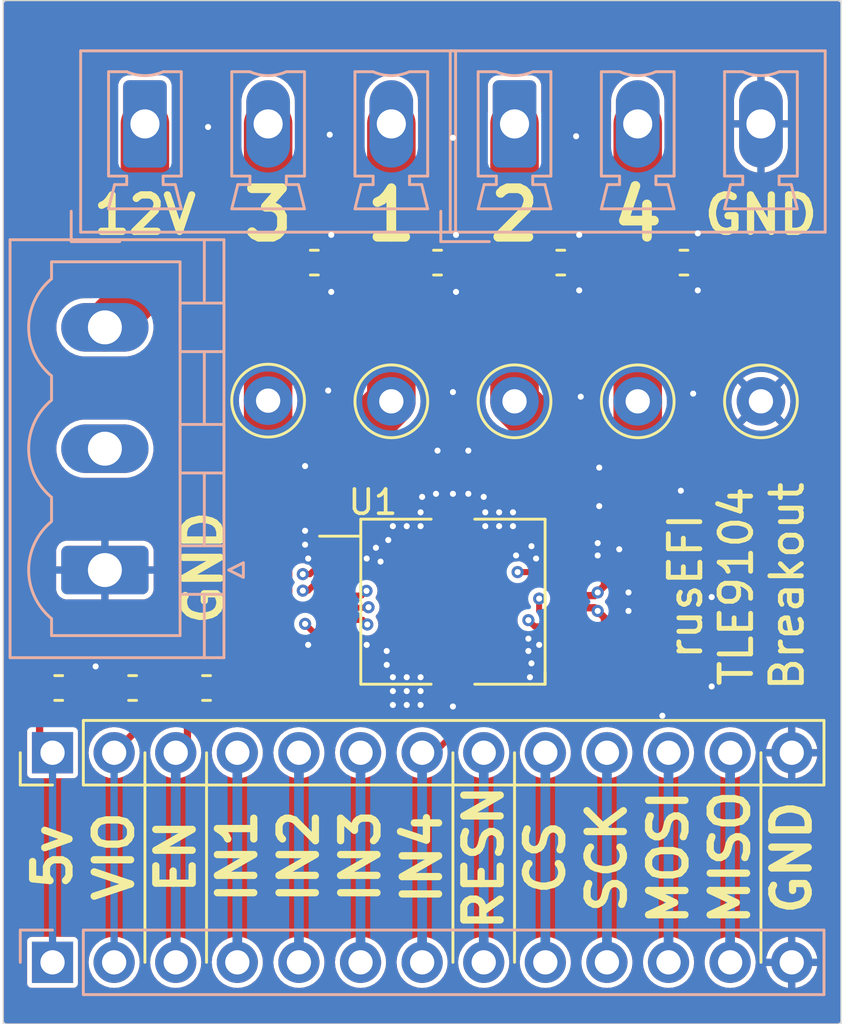
<source format=kicad_pcb>
(kicad_pcb (version 20221018) (generator pcbnew)
  (layers (0 "F.Cu" signal) (1 "In1.Cu" signal) (2 "In2.Cu" signal) (31 "B.Cu" signal) (35 "F.Paste" user) (36 "B.SilkS" user "B.Silkscreen") (37 "F.SilkS" user "F.Silkscreen") (38 "B.Mask" user) (39 "F.Mask" user) (44 "Edge.Cuts" user))
  (net 0 "")
  (net 1 "+5V")
  (net 2 "+3V3")
  (net 3 "+12V")
  (net 5 "GND")
  (net 6 "/MISO")
  (net 7 "/MOSI")
  (net 8 "/SCK")
  (net 9 "/CS")
  (net 10 "/RESN")
  (net 11 "/IN4")
  (net 12 "/IN3")
  (net 13 "/IN2")
  (net 14 "/IN1")
  (net 15 "/EN")
  (net 16 "/OUT4")
  (net 17 "/OUT2")
  (net 18 "/OUT1")
  (net 19 "/OUT3")
  (footprint "Capacitor_SMD:C_0603_1608Metric" (layer "F.Cu") (at 109.855 53.975)
    (fp_text reference "C1" hide)
    (fp_text value "22n" hide)
    (fp_line (start -0.162779 -0.51) (end 0.162779 -0.51) (stroke (width 0.12)) (layer "F.SilkS"))
    (fp_line (start -0.162779 0.51) (end 0.162779 0.51) (stroke (width 0.12)) (layer "F.SilkS"))
    (pad "1" smd roundrect (at -0.7875 0) (size 0.875 0.95) (layers "F.Cu" "F.Paste" "F.Mask") (net 16 "/OUT4"))
    (pad "2" smd roundrect (at 0.7875 0) (size 0.875 0.95) (layers "F.Cu" "F.Paste" "F.Mask") (net 5 "GND"))
  )
  (footprint "Capacitor_SMD:C_0603_1608Metric" (layer "F.Cu") (at 104.775 53.975)
    (fp_text reference "C2" hide)
    (fp_text value "22n" hide)
    (fp_line (start -0.162779 -0.51) (end 0.162779 -0.51) (stroke (width 0.12)) (layer "F.SilkS"))
    (fp_line (start -0.162779 0.51) (end 0.162779 0.51) (stroke (width 0.12)) (layer "F.SilkS"))
    (pad "1" smd roundrect (at -0.7875 0) (size 0.875 0.95) (layers "F.Cu" "F.Paste" "F.Mask") (net 17 "/OUT2"))
    (pad "2" smd roundrect (at 0.7875 0) (size 0.875 0.95) (layers "F.Cu" "F.Paste" "F.Mask") (net 5 "GND"))
  )
  (footprint "Capacitor_SMD:C_0603_1608Metric" (layer "F.Cu") (at 99.695 53.975)
    (fp_text reference "C3" hide)
    (fp_text value "22n" hide)
    (fp_line (start -0.162779 -0.51) (end 0.162779 -0.51) (stroke (width 0.12)) (layer "F.SilkS"))
    (fp_line (start -0.162779 0.51) (end 0.162779 0.51) (stroke (width 0.12)) (layer "F.SilkS"))
    (pad "1" smd roundrect (at -0.7875 0) (size 0.875 0.95) (layers "F.Cu" "F.Paste" "F.Mask") (net 18 "/OUT1"))
    (pad "2" smd roundrect (at 0.7875 0) (size 0.875 0.95) (layers "F.Cu" "F.Paste" "F.Mask") (net 5 "GND"))
  )
  (footprint "Capacitor_SMD:C_0603_1608Metric" (layer "F.Cu") (at 94.615 53.975)
    (fp_text reference "C4" hide)
    (fp_text value "22n" hide)
    (fp_line (start -0.162779 -0.51) (end 0.162779 -0.51) (stroke (width 0.12)) (layer "F.SilkS"))
    (fp_line (start -0.162779 0.51) (end 0.162779 0.51) (stroke (width 0.12)) (layer "F.SilkS"))
    (pad "1" smd roundrect (at -0.7875 0) (size 0.875 0.95) (layers "F.Cu" "F.Paste" "F.Mask") (net 19 "/OUT3"))
    (pad "2" smd roundrect (at 0.7875 0) (size 0.875 0.95) (layers "F.Cu" "F.Paste" "F.Mask") (net 5 "GND"))
  )
  (footprint "Capacitor_SMD:C_0603_1608Metric" (layer "F.Cu") (at 84.074 71.501)
    (fp_text reference "C5" hide)
    (fp_text value "1u" hide)
    (fp_line (start -0.162779 -0.51) (end 0.162779 -0.51) (stroke (width 0.12)) (layer "F.SilkS"))
    (fp_line (start -0.162779 0.51) (end 0.162779 0.51) (stroke (width 0.12)) (layer "F.SilkS"))
    (pad "1" smd roundrect (at -0.7875 0) (size 0.875 0.95) (layers "F.Cu" "F.Paste" "F.Mask") (net 1 "+5V"))
    (pad "2" smd roundrect (at 0.7875 0) (size 0.875 0.95) (layers "F.Cu" "F.Paste" "F.Mask") (net 5 "GND"))
  )
  (footprint "Capacitor_SMD:C_0402_1005Metric" (layer "F.Cu") (at 107.061 66.802)
    (fp_text reference "C6" hide)
    (fp_text value "100n" hide)
    (pad "1" smd roundrect (at -0.485 0) (size 0.59 0.64) (layers "F.Cu" "F.Paste" "F.Mask") (net 1 "+5V"))
    (pad "2" smd roundrect (at 0.485 0) (size 0.59 0.64) (layers "F.Cu" "F.Paste" "F.Mask") (net 5 "GND"))
  )
  (footprint "Capacitor_SMD:C_0603_1608Metric" (layer "F.Cu") (at 87.122 71.501 180)
    (fp_text reference "C7" hide)
    (fp_text value "1u" hide)
    (fp_line (start -0.162779 -0.51) (end 0.162779 -0.51) (stroke (width 0.12)) (layer "F.SilkS"))
    (fp_line (start -0.162779 0.51) (end 0.162779 0.51) (stroke (width 0.12)) (layer "F.SilkS"))
    (pad "1" smd roundrect (at -0.7875 0 180) (size 0.875 0.95) (layers "F.Cu" "F.Paste" "F.Mask") (net 2 "+3V3"))
    (pad "2" smd roundrect (at 0.7875 0 180) (size 0.875 0.95) (layers "F.Cu" "F.Paste" "F.Mask") (net 5 "GND"))
  )
  (footprint "Capacitor_SMD:C_0402_1005Metric" (layer "F.Cu") (at 107.061 69.088)
    (fp_text reference "C8" hide)
    (fp_text value "100n" hide)
    (pad "1" smd roundrect (at -0.485 0) (size 0.59 0.64) (layers "F.Cu" "F.Paste" "F.Mask") (net 2 "+3V3"))
    (pad "2" smd roundrect (at 0.485 0) (size 0.59 0.64) (layers "F.Cu" "F.Paste" "F.Mask") (net 5 "GND"))
  )
  (footprint "Resistor_SMD:R_0603_1608Metric" (layer "F.Cu") (at 90.17 71.501)
    (fp_text reference "R1" hide)
    (fp_text value "1k" hide)
    (fp_line (start -0.162779 -0.51) (end 0.162779 -0.51) (stroke (width 0.12)) (layer "F.SilkS"))
    (fp_line (start -0.162779 0.51) (end 0.162779 0.51) (stroke (width 0.12)) (layer "F.SilkS"))
    (pad "1" smd roundrect (at -0.7875 0) (size 0.875 0.95) (layers "F.Cu" "F.Paste" "F.Mask") (net 15 "/EN"))
    (pad "2" smd roundrect (at 0.7875 0) (size 0.875 0.95) (layers "F.Cu" "F.Paste" "F.Mask") (net 5 "GND"))
  )
  (footprint "TestPoint:TestPoint_Loop_D2.50mm_Drill1.0mm" (layer "F.Cu") (at 92.71 59.662)
    (fp_text reference "TP1" hide)
    (fp_text value "TestPoint" hide)
    (fp_circle (center 0 0) (end 1.5 0) (stroke (width 0.12)) (fill none) (layer "F.SilkS"))
    (pad "1" thru_hole circle (at 0 0) (size 2 2) (drill 1) (layers "*.Cu" "*.Mask") (net 19 "/OUT3"))
  )
  (footprint "TestPoint:TestPoint_Loop_D2.50mm_Drill1.0mm" (layer "F.Cu") (at 97.79 59.69)
    (fp_text reference "TP2" hide)
    (fp_text value "TestPoint" hide)
    (fp_circle (center 0 0) (end 1.5 0) (stroke (width 0.12)) (fill none) (layer "F.SilkS"))
    (pad "1" thru_hole circle (at 0 0) (size 2 2) (drill 1) (layers "*.Cu" "*.Mask") (net 18 "/OUT1"))
  )
  (footprint "TestPoint:TestPoint_Loop_D2.50mm_Drill1.0mm" (layer "F.Cu") (at 102.87 59.69)
    (fp_text reference "TP3" hide)
    (fp_text value "TestPoint" hide)
    (fp_circle (center 0 0) (end 1.5 0) (stroke (width 0.12)) (fill none) (layer "F.SilkS"))
    (pad "1" thru_hole circle (at 0 0) (size 2 2) (drill 1) (layers "*.Cu" "*.Mask") (net 17 "/OUT2"))
  )
  (footprint "TestPoint:TestPoint_Loop_D2.50mm_Drill1.0mm" (layer "F.Cu") (at 107.95 59.69)
    (fp_text reference "TP4" hide)
    (fp_text value "TestPoint" hide)
    (fp_circle (center 0 0) (end 1.5 0) (stroke (width 0.12)) (fill none) (layer "F.SilkS"))
    (pad "1" thru_hole circle (at 0 0) (size 2 2) (drill 1) (layers "*.Cu" "*.Mask") (net 16 "/OUT4"))
  )
  (footprint "Connector_PinHeader_2.54mm:PinHeader_1x13_P2.54mm_Vertical" (layer "F.Cu") (at 83.82 74.168 90)
    (fp_text reference "J1" hide)
    (fp_text value "Conn_01x13" hide)
    (fp_line (start -1.33 -1.33) (end 0 -1.33) (stroke (width 0.12)) (layer "F.SilkS"))
    (fp_line (start -1.33 0) (end -1.33 -1.33) (stroke (width 0.12)) (layer "F.SilkS"))
    (fp_line (start -1.33 1.27) (end -1.33 31.81) (stroke (width 0.12)) (layer "F.SilkS"))
    (fp_line (start -1.33 1.27) (end 1.33 1.27) (stroke (width 0.12)) (layer "F.SilkS"))
    (fp_line (start -1.33 31.81) (end 1.33 31.81) (stroke (width 0.12)) (layer "F.SilkS"))
    (fp_line (start 1.33 1.27) (end 1.33 31.81) (stroke (width 0.12)) (layer "F.SilkS"))
    (pad "1" thru_hole rect (at 0 0 90) (size 1.7 1.7) (drill 1) (layers "*.Cu" "*.Mask") (net 1 "+5V"))
    (pad "2" thru_hole oval (at 0 2.54 90) (size 1.7 1.7) (drill 1) (layers "*.Cu" "*.Mask") (net 2 "+3V3"))
    (pad "3" thru_hole oval (at 0 5.08 90) (size 1.7 1.7) (drill 1) (layers "*.Cu" "*.Mask") (net 15 "/EN"))
    (pad "4" thru_hole oval (at 0 7.62 90) (size 1.7 1.7) (drill 1) (layers "*.Cu" "*.Mask") (net 14 "/IN1"))
    (pad "5" thru_hole oval (at 0 10.16 90) (size 1.7 1.7) (drill 1) (layers "*.Cu" "*.Mask") (net 13 "/IN2"))
    (pad "6" thru_hole oval (at 0 12.7 90) (size 1.7 1.7) (drill 1) (layers "*.Cu" "*.Mask") (net 12 "/IN3"))
    (pad "7" thru_hole oval (at 0 15.24 90) (size 1.7 1.7) (drill 1) (layers "*.Cu" "*.Mask") (net 11 "/IN4"))
    (pad "8" thru_hole oval (at 0 17.78 90) (size 1.7 1.7) (drill 1) (layers "*.Cu" "*.Mask") (net 10 "/RESN"))
    (pad "9" thru_hole oval (at 0 20.32 90) (size 1.7 1.7) (drill 1) (layers "*.Cu" "*.Mask") (net 9 "/CS"))
    (pad "10" thru_hole oval (at 0 22.86 90) (size 1.7 1.7) (drill 1) (layers "*.Cu" "*.Mask") (net 8 "/SCK"))
    (pad "11" thru_hole oval (at 0 25.4 90) (size 1.7 1.7) (drill 1) (layers "*.Cu" "*.Mask") (net 7 "/MOSI"))
    (pad "12" thru_hole oval (at 0 27.94 90) (size 1.7 1.7) (drill 1) (layers "*.Cu" "*.Mask") (net 6 "/MISO"))
    (pad "13" thru_hole oval (at 0 30.48 90) (size 1.7 1.7) (drill 1) (layers "*.Cu" "*.Mask") (net 5 "GND"))
  )
  (footprint "TestPoint:TestPoint_Loop_D2.50mm_Drill1.0mm" (layer "F.Cu") (at 113.03 59.69)
    (fp_text reference "TP5" hide)
    (fp_text value "TestPoint")
    (fp_circle (center 0 0) (end 1.5 0) (stroke (width 0.12)) (fill none) (layer "F.SilkS"))
    (pad "1" thru_hole circle (at 0 0) (size 2 2) (drill 1) (layers "*.Cu" "*.Mask") (net 5 "GND"))
  )
  (footprint "rusefi:PG-DSO-20-88" (layer "F.Cu") (at 100.33 67.945 -90)
    (fp_text reference "U1" (at -4.1 3.3) (layer "F.SilkS"))
    (fp_text value "TLE9104SH")
    (fp_line (start -3.4 -3.8) (end -3.4 -0.9) (stroke (width 0.12)) (layer "F.SilkS"))
    (fp_line (start -3.4 -3.8) (end 3.4 -3.8) (stroke (width 0.12)) (layer "F.SilkS"))
    (fp_line (start -3.4 0.9) (end -3.4 3.8) (stroke (width 0.12)) (layer "F.SilkS"))
    (fp_line (start -3.4 3.8) (end 3.4 3.8) (stroke (width 0.12)) (layer "F.SilkS"))
    (fp_line (start -2.7 3.8) (end -2.7 5.5) (stroke (width 0.12)) (layer "F.SilkS"))
    (fp_line (start 3.4 -3.8) (end 2.9 -3.8) (stroke (width 0.12)) (layer "F.SilkS"))
    (fp_line (start 3.4 -3.8) (end 3.4 -0.9) (stroke (width 0.12)) (layer "F.SilkS"))
    (fp_line (start 3.4 3.8) (end 3.4 0.9) (stroke (width 0.12)) (layer "F.SilkS"))
    (pad "1" smd rect (at -2.25 4.775 270) (size 0.3 1.51) (layers "F.Cu" "F.Paste" "F.Mask") (net 18 "/OUT1"))
    (pad "2" smd rect (at -1.75 4.775 270) (size 0.3 1.51) (layers "F.Cu" "F.Paste" "F.Mask") (net 5 "GND"))
    (pad "3" smd rect (at -1.25 4.775 270) (size 0.3 1.51) (layers "F.Cu" "F.Paste" "F.Mask") (net 14 "/IN1"))
    (pad "4" smd rect (at -0.75 4.775 270) (size 0.3 1.51) (layers "F.Cu" "F.Paste" "F.Mask") (net 12 "/IN3"))
    (pad "5" smd rect (at -0.25 4.775 270) (size 0.3 1.51) (layers "F.Cu" "F.Paste" "F.Mask") (net 6 "/MISO"))
    (pad "6" smd rect (at 0.25 4.775 270) (size 0.3 1.51) (layers "F.Cu" "F.Paste" "F.Mask") (net 7 "/MOSI"))
    (pad "7" smd rect (at 0.75 4.775 270) (size 0.3 1.51) (layers "F.Cu" "F.Paste" "F.Mask") (net 9 "/CS"))
    (pad "8" smd rect (at 1.25 4.775 270) (size 0.3 1.51) (layers "F.Cu" "F.Paste" "F.Mask") (net 8 "/SCK"))
    (pad "9" smd rect (at 1.75 4.775 270) (size 0.3 1.51) (layers "F.Cu" "F.Paste" "F.Mask") (net 5 "GND"))
    (pad "10" smd rect (at 2.25 4.775 270) (size 0.3 1.51) (layers "F.Cu" "F.Paste" "F.Mask") (net 19 "/OUT3"))
    (pad "11" smd rect (at 2.25 -4.775 270) (size 0.3 1.51) (layers "F.Cu" "F.Paste" "F.Mask") (net 16 "/OUT4"))
    (pad "12" smd rect (at 1.75 -4.775 270) (size 0.3 1.51) (layers "F.Cu" "F.Paste" "F.Mask") (net 5 "GND"))
    (pad "13" smd rect (at 1.25 -4.775 270) (size 0.3 1.51) (layers "F.Cu" "F.Paste" "F.Mask") (net 10 "/RESN"))
    (pad "14" smd rect (at 0.75 -4.775 270) (size 0.3 1.51) (layers "F.Cu" "F.Paste" "F.Mask") (net 15 "/EN"))
    (pad "15" smd rect (at 0.25 -4.775 270) (size 0.3 1.51) (layers "F.Cu" "F.Paste" "F.Mask") (net 2 "+3V3"))
    (pad "16" smd rect (at -0.25 -4.775 270) (size 0.3 1.51) (layers "F.Cu" "F.Paste" "F.Mask") (net 1 "+5V"))
    (pad "17" smd rect (at -0.75 -4.775 270) (size 0.3 1.51) (layers "F.Cu" "F.Paste" "F.Mask") (net 11 "/IN4"))
    (pad "18" smd rect (at -1.25 -4.775 270) (size 0.3 1.51) (layers "F.Cu" "F.Paste" "F.Mask") (net 13 "/IN2"))
    (pad "19" smd rect (at -1.75 -4.775 270) (size 0.3 1.51) (layers "F.Cu" "F.Paste" "F.Mask") (net 5 "GND"))
    (pad "20" smd rect (at -2.25 -4.775 270) (size 0.3 1.51) (layers "F.Cu" "F.Paste" "F.Mask") (net 17 "/OUT2"))
    (pad "21" smd rect (at 0 0 270) (size 5.1 4.23) (layers "F.Cu" "F.Paste" "F.Mask") (net 5 "GND"))
    (pad "21" smd rect (at 0 0 270) (size 7.8 1.6) (layers "F.Cu" "F.Paste" "F.Mask") (net 5 "GND"))
  )
  (footprint "Connector_Phoenix_MC_HighVoltage:PhoenixContact_MCV_1,5_3-G-5.08_1x03_P5.08mm_Vertical" (layer "B.Cu") (at 87.63 48.26)
    (fp_text reference "J2" hide)
    (fp_text value "Conn_01x03_Female" hide)
    (fp_line (start -3.04 3.6) (end -3.04 4.85) (stroke (width 0.12)) (layer "B.SilkS"))
    (fp_line (start -3.04 4.85) (end -1.04 4.85) (stroke (width 0.12)) (layer "B.SilkS"))
    (fp_line (start -2.65 -3.01) (end 12.81 -3.01) (stroke (width 0.12)) (layer "B.SilkS"))
    (fp_line (start -2.65 4.46) (end -2.65 -3.01) (stroke (width 0.12)) (layer "B.SilkS"))
    (fp_line (start -1.5 -2.15) (end -1.5 2.15) (stroke (width 0.12)) (layer "B.SilkS"))
    (fp_line (start -1.5 2.15) (end -0.75 2.15) (stroke (width 0.12)) (layer "B.SilkS"))
    (fp_line (start -1.5 3.5) (end 1.5 3.5) (stroke (width 0.12)) (layer "B.SilkS"))
    (fp_line (start -1.25 2.5) (end -1.5 3.5) (stroke (width 0.12)) (layer "B.SilkS"))
    (fp_line (start -0.75 -2.15) (end -1.5 -2.15) (stroke (width 0.12)) (layer "B.SilkS"))
    (fp_line (start -0.75 2.15) (end -0.75 2.5) (stroke (width 0.12)) (layer "B.SilkS"))
    (fp_line (start -0.75 2.5) (end -1.25 2.5) (stroke (width 0.12)) (layer "B.SilkS"))
    (fp_line (start 0.75 2.15) (end 1.5 2.15) (stroke (width 0.12)) (layer "B.SilkS"))
    (fp_line (start 0.75 2.5) (end 0.75 2.15) (stroke (width 0.12)) (layer "B.SilkS"))
    (fp_line (start 1.25 2.5) (end 0.75 2.5) (stroke (width 0.12)) (layer "B.SilkS"))
    (fp_line (start 1.5 -2.15) (end 0.75 -2.15) (stroke (width 0.12)) (layer "B.SilkS"))
    (fp_line (start 1.5 2.15) (end 1.5 -2.15) (stroke (width 0.12)) (layer "B.SilkS"))
    (fp_line (start 1.5 3.5) (end 1.25 2.5) (stroke (width 0.12)) (layer "B.SilkS"))
    (fp_line (start 3.58 -2.15) (end 3.58 2.15) (stroke (width 0.12)) (layer "B.SilkS"))
    (fp_line (start 3.58 2.15) (end 4.33 2.15) (stroke (width 0.12)) (layer "B.SilkS"))
    (fp_line (start 3.58 3.5) (end 6.58 3.5) (stroke (width 0.12)) (layer "B.SilkS"))
    (fp_line (start 3.83 2.5) (end 3.58 3.5) (stroke (width 0.12)) (layer "B.SilkS"))
    (fp_line (start 4.33 -2.15) (end 3.58 -2.15) (stroke (width 0.12)) (layer "B.SilkS"))
    (fp_line (start 4.33 2.15) (end 4.33 2.5) (stroke (width 0.12)) (layer "B.SilkS"))
    (fp_line (start 4.33 2.5) (end 3.83 2.5) (stroke (width 0.12)) (layer "B.SilkS"))
    (fp_line (start 5.83 2.15) (end 6.58 2.15) (stroke (width 0.12)) (layer "B.SilkS"))
    (fp_line (start 5.83 2.5) (end 5.83 2.15) (stroke (width 0.12)) (layer "B.SilkS"))
    (fp_line (start 6.33 2.5) (end 5.83 2.5) (stroke (width 0.12)) (layer "B.SilkS"))
    (fp_line (start 6.58 -2.15) (end 5.83 -2.15) (stroke (width 0.12)) (layer "B.SilkS"))
    (fp_line (start 6.58 2.15) (end 6.58 -2.15) (stroke (width 0.12)) (layer "B.SilkS"))
    (fp_line (start 6.58 3.5) (end 6.33 2.5) (stroke (width 0.12)) (layer "B.SilkS"))
    (fp_line (start 8.66 -2.15) (end 8.66 2.15) (stroke (width 0.12)) (layer "B.SilkS"))
    (fp_line (start 8.66 2.15) (end 9.41 2.15) (stroke (width 0.12)) (layer "B.SilkS"))
    (fp_line (start 8.66 3.5) (end 11.66 3.5) (stroke (width 0.12)) (layer "B.SilkS"))
    (fp_line (start 8.91 2.5) (end 8.66 3.5) (stroke (width 0.12)) (layer "B.SilkS"))
    (fp_line (start 9.41 -2.15) (end 8.66 -2.15) (stroke (width 0.12)) (layer "B.SilkS"))
    (fp_line (start 9.41 2.15) (end 9.41 2.5) (stroke (width 0.12)) (layer "B.SilkS"))
    (fp_line (start 9.41 2.5) (end 8.91 2.5) (stroke (width 0.12)) (layer "B.SilkS"))
    (fp_line (start 10.91 2.15) (end 11.66 2.15) (stroke (width 0.12)) (layer "B.SilkS"))
    (fp_line (start 10.91 2.5) (end 10.91 2.15) (stroke (width 0.12)) (layer "B.SilkS"))
    (fp_line (start 11.41 2.5) (end 10.91 2.5) (stroke (width 0.12)) (layer "B.SilkS"))
    (fp_line (start 11.66 -2.15) (end 10.91 -2.15) (stroke (width 0.12)) (layer "B.SilkS"))
    (fp_line (start 11.66 2.15) (end 11.66 -2.15) (stroke (width 0.12)) (layer "B.SilkS"))
    (fp_line (start 11.66 3.5) (end 11.41 2.5) (stroke (width 0.12)) (layer "B.SilkS"))
    (fp_line (start 12.81 -3.01) (end 12.81 4.46) (stroke (width 0.12)) (layer "B.SilkS"))
    (fp_line (start 12.81 4.46) (end -2.65 4.46) (stroke (width 0.12)) (layer "B.SilkS"))
    (fp_arc (start 0.749647 -2.149844) (mid -0.000193 -1.991909) (end -0.75 -2.15) (stroke (width 0.12)) (layer "B.SilkS"))
    (fp_arc (start 5.829647 -2.149844) (mid 5.079807 -1.991909) (end 4.33 -2.15) (stroke (width 0.12)) (layer "B.SilkS"))
    (fp_arc (start 10.909647 -2.149844) (mid 10.159807 -1.991909) (end 9.41 -2.15) (stroke (width 0.12)) (layer "B.SilkS"))
    (pad "1" thru_hole roundrect (at 0 0) (size 1.8 3.6) (drill 1.2) (layers "*.Cu" "*.Mask") (roundrect_rratio 0.138889) (net 3 "+12V"))
    (pad "2" thru_hole oval (at 5.08 0) (size 1.8 3.6) (drill 1.2) (layers "*.Cu" "*.Mask") (net 19 "/OUT3"))
    (pad "3" thru_hole oval (at 10.16 0) (size 1.8 3.6) (drill 1.2) (layers "*.Cu" "*.Mask") (net 18 "/OUT1"))
  )
  (footprint "Connector_Phoenix_MC_HighVoltage:PhoenixContact_MCV_1,5_3-G-5.08_1x03_P5.08mm_Vertical" (layer "B.Cu") (at 102.87 48.26)
    (fp_text reference "J3" hide)
    (fp_text value "Conn_01x03_Female" hide)
    (fp_line (start -3.04 3.6) (end -3.04 4.85) (stroke (width 0.12)) (layer "B.SilkS"))
    (fp_line (start -3.04 4.85) (end -1.04 4.85) (stroke (width 0.12)) (layer "B.SilkS"))
    (fp_line (start -2.65 -3.01) (end 12.81 -3.01) (stroke (width 0.12)) (layer "B.SilkS"))
    (fp_line (start -2.65 4.46) (end -2.65 -3.01) (stroke (width 0.12)) (layer "B.SilkS"))
    (fp_line (start -1.5 -2.15) (end -1.5 2.15) (stroke (width 0.12)) (layer "B.SilkS"))
    (fp_line (start -1.5 2.15) (end -0.75 2.15) (stroke (width 0.12)) (layer "B.SilkS"))
    (fp_line (start -1.5 3.5) (end 1.5 3.5) (stroke (width 0.12)) (layer "B.SilkS"))
    (fp_line (start -1.25 2.5) (end -1.5 3.5) (stroke (width 0.12)) (layer "B.SilkS"))
    (fp_line (start -0.75 -2.15) (end -1.5 -2.15) (stroke (width 0.12)) (layer "B.SilkS"))
    (fp_line (start -0.75 2.15) (end -0.75 2.5) (stroke (width 0.12)) (layer "B.SilkS"))
    (fp_line (start -0.75 2.5) (end -1.25 2.5) (stroke (width 0.12)) (layer "B.SilkS"))
    (fp_line (start 0.75 2.15) (end 1.5 2.15) (stroke (width 0.12)) (layer "B.SilkS"))
    (fp_line (start 0.75 2.5) (end 0.75 2.15) (stroke (width 0.12)) (layer "B.SilkS"))
    (fp_line (start 1.25 2.5) (end 0.75 2.5) (stroke (width 0.12)) (layer "B.SilkS"))
    (fp_line (start 1.5 -2.15) (end 0.75 -2.15) (stroke (width 0.12)) (layer "B.SilkS"))
    (fp_line (start 1.5 2.15) (end 1.5 -2.15) (stroke (width 0.12)) (layer "B.SilkS"))
    (fp_line (start 1.5 3.5) (end 1.25 2.5) (stroke (width 0.12)) (layer "B.SilkS"))
    (fp_line (start 3.58 -2.15) (end 3.58 2.15) (stroke (width 0.12)) (layer "B.SilkS"))
    (fp_line (start 3.58 2.15) (end 4.33 2.15) (stroke (width 0.12)) (layer "B.SilkS"))
    (fp_line (start 3.58 3.5) (end 6.58 3.5) (stroke (width 0.12)) (layer "B.SilkS"))
    (fp_line (start 3.83 2.5) (end 3.58 3.5) (stroke (width 0.12)) (layer "B.SilkS"))
    (fp_line (start 4.33 -2.15) (end 3.58 -2.15) (stroke (width 0.12)) (layer "B.SilkS"))
    (fp_line (start 4.33 2.15) (end 4.33 2.5) (stroke (width 0.12)) (layer "B.SilkS"))
    (fp_line (start 4.33 2.5) (end 3.83 2.5) (stroke (width 0.12)) (layer "B.SilkS"))
    (fp_line (start 5.83 2.15) (end 6.58 2.15) (stroke (width 0.12)) (layer "B.SilkS"))
    (fp_line (start 5.83 2.5) (end 5.83 2.15) (stroke (width 0.12)) (layer "B.SilkS"))
    (fp_line (start 6.33 2.5) (end 5.83 2.5) (stroke (width 0.12)) (layer "B.SilkS"))
    (fp_line (start 6.58 -2.15) (end 5.83 -2.15) (stroke (width 0.12)) (layer "B.SilkS"))
    (fp_line (start 6.58 2.15) (end 6.58 -2.15) (stroke (width 0.12)) (layer "B.SilkS"))
    (fp_line (start 6.58 3.5) (end 6.33 2.5) (stroke (width 0.12)) (layer "B.SilkS"))
    (fp_line (start 8.66 -2.15) (end 8.66 2.15) (stroke (width 0.12)) (layer "B.SilkS"))
    (fp_line (start 8.66 2.15) (end 9.41 2.15) (stroke (width 0.12)) (layer "B.SilkS"))
    (fp_line (start 8.66 3.5) (end 11.66 3.5) (stroke (width 0.12)) (layer "B.SilkS"))
    (fp_line (start 8.91 2.5) (end 8.66 3.5) (stroke (width 0.12)) (layer "B.SilkS"))
    (fp_line (start 9.41 -2.15) (end 8.66 -2.15) (stroke (width 0.12)) (layer "B.SilkS"))
    (fp_line (start 9.41 2.15) (end 9.41 2.5) (stroke (width 0.12)) (layer "B.SilkS"))
    (fp_line (start 9.41 2.5) (end 8.91 2.5) (stroke (width 0.12)) (layer "B.SilkS"))
    (fp_line (start 10.91 2.15) (end 11.66 2.15) (stroke (width 0.12)) (layer "B.SilkS"))
    (fp_line (start 10.91 2.5) (end 10.91 2.15) (stroke (width 0.12)) (layer "B.SilkS"))
    (fp_line (start 11.41 2.5) (end 10.91 2.5) (stroke (width 0.12)) (layer "B.SilkS"))
    (fp_line (start 11.66 -2.15) (end 10.91 -2.15) (stroke (width 0.12)) (layer "B.SilkS"))
    (fp_line (start 11.66 2.15) (end 11.66 -2.15) (stroke (width 0.12)) (layer "B.SilkS"))
    (fp_line (start 11.66 3.5) (end 11.41 2.5) (stroke (width 0.12)) (layer "B.SilkS"))
    (fp_line (start 12.81 -3.01) (end 12.81 4.46) (stroke (width 0.12)) (layer "B.SilkS"))
    (fp_line (start 12.81 4.46) (end -2.65 4.46) (stroke (width 0.12)) (layer "B.SilkS"))
    (fp_arc (start 0.749647 -2.149844) (mid -0.000193 -1.991909) (end -0.75 -2.15) (stroke (width 0.12)) (layer "B.SilkS"))
    (fp_arc (start 5.829647 -2.149844) (mid 5.079807 -1.991909) (end 4.33 -2.15) (stroke (width 0.12)) (layer "B.SilkS"))
    (fp_arc (start 10.909647 -2.149844) (mid 10.159807 -1.991909) (end 9.41 -2.15) (stroke (width 0.12)) (layer "B.SilkS"))
    (pad "1" thru_hole roundrect (at 0 0) (size 1.8 3.6) (drill 1.2) (layers "*.Cu" "*.Mask") (roundrect_rratio 0.138889) (net 17 "/OUT2"))
    (pad "2" thru_hole oval (at 5.08 0) (size 1.8 3.6) (drill 1.2) (layers "*.Cu" "*.Mask") (net 16 "/OUT4"))
    (pad "3" thru_hole oval (at 10.16 0) (size 1.8 3.6) (drill 1.2) (layers "*.Cu" "*.Mask") (net 5 "GND"))
  )
  (footprint "Connector_PinHeader_2.54mm:PinHeader_1x13_P2.54mm_Vertical" (layer "B.Cu") (at 83.82 82.804 -90)
    (fp_text reference "J4" hide)
    (fp_text value "Conn_01x13" hide)
    (fp_line (start -1.33 -31.81) (end 1.33 -31.81) (stroke (width 0.12)) (layer "B.SilkS"))
    (fp_line (start -1.33 -1.27) (end -1.33 -31.81) (stroke (width 0.12)) (layer "B.SilkS"))
    (fp_line (start -1.33 -1.27) (end 1.33 -1.27) (stroke (width 0.12)) (layer "B.SilkS"))
    (fp_line (start -1.33 0) (end -1.33 1.33) (stroke (width 0.12)) (layer "B.SilkS"))
    (fp_line (start -1.33 1.33) (end 0 1.33) (stroke (width 0.12)) (layer "B.SilkS"))
    (fp_line (start 1.33 -1.27) (end 1.33 -31.81) (stroke (width 0.12)) (layer "B.SilkS"))
    (pad "1" thru_hole rect (at 0 0 270) (size 1.7 1.7) (drill 1) (layers "*.Cu" "*.Mask") (net 1 "+5V"))
    (pad "2" thru_hole oval (at 0 -2.54 270) (size 1.7 1.7) (drill 1) (layers "*.Cu" "*.Mask") (net 2 "+3V3"))
    (pad "3" thru_hole oval (at 0 -5.08 270) (size 1.7 1.7) (drill 1) (layers "*.Cu" "*.Mask") (net 15 "/EN"))
    (pad "4" thru_hole oval (at 0 -7.62 270) (size 1.7 1.7) (drill 1) (layers "*.Cu" "*.Mask") (net 14 "/IN1"))
    (pad "5" thru_hole oval (at 0 -10.16 270) (size 1.7 1.7) (drill 1) (layers "*.Cu" "*.Mask") (net 13 "/IN2"))
    (pad "6" thru_hole oval (at 0 -12.7 270) (size 1.7 1.7) (drill 1) (layers "*.Cu" "*.Mask") (net 12 "/IN3"))
    (pad "7" thru_hole oval (at 0 -15.24 270) (size 1.7 1.7) (drill 1) (layers "*.Cu" "*.Mask") (net 11 "/IN4"))
    (pad "8" thru_hole oval (at 0 -17.78 270) (size 1.7 1.7) (drill 1) (layers "*.Cu" "*.Mask") (net 10 "/RESN"))
    (pad "9" thru_hole oval (at 0 -20.32 270) (size 1.7 1.7) (drill 1) (layers "*.Cu" "*.Mask") (net 9 "/CS"))
    (pad "10" thru_hole oval (at 0 -22.86 270) (size 1.7 1.7) (drill 1) (layers "*.Cu" "*.Mask") (net 8 "/SCK"))
    (pad "11" thru_hole oval (at 0 -25.4 270) (size 1.7 1.7) (drill 1) (layers "*.Cu" "*.Mask") (net 7 "/MOSI"))
    (pad "12" thru_hole oval (at 0 -27.94 270) (size 1.7 1.7) (drill 1) (layers "*.Cu" "*.Mask") (net 6 "/MISO"))
    (pad "13" thru_hole oval (at 0 -30.48 270) (size 1.7 1.7) (drill 1) (layers "*.Cu" "*.Mask") (net 5 "GND"))
  )
  (footprint "Connector_Phoenix_MSTB:PhoenixContact_MSTBVA_2,5_3-G_1x03_P5.00mm_Vertical" (layer "B.Cu") (at 85.979 66.642 90)
    (fp_text reference "J5" hide)
    (fp_text value "Conn_01x03_Female" hide)
    (fp_line (start -3.61 -3.91) (end 13.61 -3.91) (stroke (width 0.12)) (layer "B.SilkS"))
    (fp_line (start -3.61 4.1) (end -1.11 4.1) (stroke (width 0.12)) (layer "B.SilkS"))
    (fp_line (start -3.61 4.91) (end -3.61 -3.91) (stroke (width 0.12)) (layer "B.SilkS"))
    (fp_line (start -2.7 -2.2) (end -2.7 3.1) (stroke (width 0.12)) (layer "B.SilkS"))
    (fp_line (start -2.7 3.1) (end 12.7 3.1) (stroke (width 0.12)) (layer "B.SilkS"))
    (fp_line (start -2 -2.2) (end -2.7 -2.2) (stroke (width 0.12)) (layer "B.SilkS"))
    (fp_line (start -1 3.1) (end -1 4.91) (stroke (width 0.12)) (layer "B.SilkS"))
    (fp_line (start -1 4.91) (end 1 4.91) (stroke (width 0.12)) (layer "B.SilkS"))
    (fp_line (start -0.3 5.71) (end 0.3 5.71) (stroke (width 0.12)) (layer "B.SilkS"))
    (fp_line (start 0 5.11) (end -0.3 5.71) (stroke (width 0.12)) (layer "B.SilkS"))
    (fp_line (start 0.3 5.71) (end 0 5.11) (stroke (width 0.12)) (layer "B.SilkS"))
    (fp_line (start 1 3.1) (end -1 3.1) (stroke (width 0.12)) (layer "B.SilkS"))
    (fp_line (start 1 4.1) (end 4 4.1) (stroke (width 0.12)) (layer "B.SilkS"))
    (fp_line (start 1 4.91) (end 1 3.1) (stroke (width 0.12)) (layer "B.SilkS"))
    (fp_line (start 2 -2.2) (end 3 -2.2) (stroke (width 0.12)) (layer "B.SilkS"))
    (fp_line (start 4 3.1) (end 4 4.91) (stroke (width 0.12)) (layer "B.SilkS"))
    (fp_line (start 4 4.91) (end 6 4.91) (stroke (width 0.12)) (layer "B.SilkS"))
    (fp_line (start 6 3.1) (end 4 3.1) (stroke (width 0.12)) (layer "B.SilkS"))
    (fp_line (start 6 4.1) (end 9 4.1) (stroke (width 0.12)) (layer "B.SilkS"))
    (fp_line (start 6 4.91) (end 6 3.1) (stroke (width 0.12)) (layer "B.SilkS"))
    (fp_line (start 7 -2.2) (end 8 -2.2) (stroke (width 0.12)) (layer "B.SilkS"))
    (fp_line (start 9 3.1) (end 9 4.91) (stroke (width 0.12)) (layer "B.SilkS"))
    (fp_line (start 9 4.91) (end 11 4.91) (stroke (width 0.12)) (layer "B.SilkS"))
    (fp_line (start 11 3.1) (end 9 3.1) (stroke (width 0.12)) (layer "B.SilkS"))
    (fp_line (start 11 4.91) (end 11 3.1) (stroke (width 0.12)) (layer "B.SilkS"))
    (fp_line (start 12.7 -2.2) (end 12 -2.2) (stroke (width 0.12)) (layer "B.SilkS"))
    (fp_line (start 12.7 3.1) (end 12.7 -2.2) (stroke (width 0.12)) (layer "B.SilkS"))
    (fp_line (start 13.61 -3.91) (end 13.61 4.91) (stroke (width 0.12)) (layer "B.SilkS"))
    (fp_line (start 13.61 4.1) (end 11.11 4.1) (stroke (width 0.12)) (layer "B.SilkS"))
    (fp_line (start 13.61 4.91) (end -3.61 4.91) (stroke (width 0.12)) (layer "B.SilkS"))
    (fp_arc (start -2 -2.2) (mid -0.010289 -3.142758) (end 1.986842 -2.215821) (stroke (width 0.12)) (layer "B.SilkS"))
    (fp_arc (start 3 -2.2) (mid 4.989711 -3.142758) (end 6.986842 -2.215821) (stroke (width 0.12)) (layer "B.SilkS"))
    (fp_arc (start 8 -2.2) (mid 9.989711 -3.142758) (end 11.986842 -2.215821) (stroke (width 0.12)) (layer "B.SilkS"))
    (pad "1" thru_hole roundrect (at 0 0 90) (size 2 3.6) (drill 1.4) (layers "*.Cu" "*.Mask") (roundrect_rratio 0.125) (net 5 "GND"))
    (pad "2" thru_hole oval (at 5 0 90) (size 2 3.6) (drill 1.4) (layers "*.Cu" "*.Mask"))
    (pad "3" thru_hole oval (at 10 0 90) (size 2 3.6) (drill 1.4) (layers "*.Cu" "*.Mask") (net 3 "+12V"))
  )
  (gr_line (start 90.17 82.804) (end 90.17 74.168) (stroke (width 0.12)) (layer "F.SilkS"))
  (gr_line (start 113.03 74.168) (end 113.03 82.804) (stroke (width 0.12)) (layer "F.SilkS"))
  (gr_line (start 87.63 74.168) (end 87.63 82.804) (stroke (width 0.12)) (layer "F.SilkS"))
  (gr_line (start 100.33 82.804) (end 100.33 74.168) (stroke (width 0.12)) (layer "F.SilkS"))
  (gr_line (start 102.87 74.168) (end 102.87 82.804) (stroke (width 0.12)) (layer "F.SilkS"))
  (gr_line (start 81.788 43.18) (end 116.332 43.18) (stroke (width 0.05)) (layer "Edge.Cuts"))
  (gr_line (start 81.788 85.344) (end 81.788 43.18) (stroke (width 0.05)) (layer "Edge.Cuts"))
  (gr_line (start 116.332 85.344) (end 81.788 85.344) (stroke (width 0.05)) (layer "Edge.Cuts"))
  (gr_line (start 116.332 43.18) (end 116.332 85.344) (stroke (width 0.05)) (layer "Edge.Cuts"))
  (gr_text "MISO" (at 111.76 78.486 90) (layer "F.SilkS") (effects (font (size 1.5 1.5) (thickness 0.3))))
  (gr_text "EN" (at 88.9 78.4352 90) (layer "F.SilkS") (effects (font (size 1.5 1.5) (thickness 0.3))))
  (gr_text "VIO" (at 86.36 78.4352 90) (layer "F.SilkS") (effects (font (size 1.5 1.5) (thickness 0.3))))
  (gr_text "5v" (at 83.82 78.4352 90) (layer "F.SilkS") (effects (font (size 1.5 1.5) (thickness 0.3))))
  (gr_text "GND" (at 114.3 78.486 90) (layer "F.SilkS") (effects (font (size 1.5 1.5) (thickness 0.3))))
  (gr_text "GND" (at 90.043 66.548 90) (layer "F.SilkS") (effects (font (size 1.5 1.5) (thickness 0.3))))
  (gr_text "12V" (at 87.63 52.0065) (layer "F.SilkS") (effects (font (size 1.5 1.5) (thickness 0.3))))
  (gr_text "3" (at 92.71 52.0065) (layer "F.SilkS") (effects (font (size 2 2) (thickness 0.4))))
  (gr_text "4" (at 107.95 52.0065) (layer "F.SilkS") (effects (font (size 2 2) (thickness 0.4))))
  (gr_text "rusEFI\nTLE9104\nBreakout" (at 112.014 67.31 90) (layer "F.SilkS") (effects (font (size 1.3 1.3) (thickness 0.2))))
  (gr_text "IN3" (at 96.52 78.4352 90) (layer "F.SilkS") (effects (font (size 1.5 1.5) (thickness 0.3))))
  (gr_text "2" (at 102.87 52.0065) (layer "F.SilkS") (effects (font (size 2 2) (thickness 0.4))))
  (gr_text "SCK" (at 106.68 78.486 90) (layer "F.SilkS") (effects (font (size 1.5 1.5) (thickness 0.3))))
  (gr_text "CS" (at 104.14 78.486 90) (layer "F.SilkS") (effects (font (size 1.5 1.5) (thickness 0.3))))
  (gr_text "GND" (at 113.03 52.0065) (layer "F.SilkS") (effects (font (size 1.5 1.5) (thickness 0.3))))
  (gr_text "IN4" (at 99.06 78.486 90) (layer "F.SilkS") (effects (font (size 1.5 1.5) (thickness 0.3))))
  (gr_text "RESN" (at 101.6 78.486 90) (layer "F.SilkS") (effects (font (size 1.5 1.5) (thickness 0.3))))
  (gr_text "IN2" (at 93.98 78.4352 90) (layer "F.SilkS") (effects (font (size 1.5 1.5) (thickness 0.3))))
  (gr_text "IN1" (at 91.44 78.4352 90) (layer "F.SilkS") (effects (font (size 1.5 1.5) (thickness 0.3))))
  (gr_text "1" (at 97.79 52.0065) (layer "F.SilkS") (effects (font (size 2 2) (thickness 0.4))))
  (gr_text "MOSI" (at 109.22 78.486 90) (layer "F.SilkS") (effects (font (size 1.5 1.5) (thickness 0.3))))
  (segment (start 106.576 66.802) (end 106.576 67.287) (width 0.3) (layer "F.Cu") (net 1))
  (segment (start 105.105 67.695) (end 106.168 67.695) (width 0.3) (layer "F.Cu") (net 1))
  (segment (start 83.2865 73.6345) (end 83.82 74.168) (width 0.3) (layer "F.Cu") (net 1))
  (segment (start 106.576 67.287) (end 106.299 67.564) (width 0.3) (layer "F.Cu") (net 1))
  (segment (start 83.2865 71.501) (end 83.2865 73.6345) (width 0.3) (layer "F.Cu") (net 1))
  (segment (start 106.168 67.695) (end 106.299 67.564) (width 0.3) (layer "F.Cu") (net 1))
  (via (at 106.299 67.564) (size 0.5) (drill 0.25) (layers "F.Cu" "B.Cu") (net 1))
  (segment (start 83.82 82.804) (end 83.82 74.168) (width 0.3) (layer "B.Cu") (net 1))
  (segment (start 105.105 68.195) (end 106.168 68.195) (width 0.3) (layer "F.Cu") (net 2))
  (segment (start 106.576 69.088) (end 106.576 68.603) (width 0.3) (layer "F.Cu") (net 2))
  (segment (start 106.576 68.603) (end 106.299 68.326) (width 0.3) (layer "F.Cu") (net 2))
  (segment (start 106.168 68.195) (end 106.299 68.326) (width 0.3) (layer "F.Cu") (net 2))
  (segment (start 86.36 74.168) (end 87.9095 72.6185) (width 0.3) (layer "F.Cu") (net 2))
  (segment (start 87.9095 72.6185) (end 87.9095 71.501) (width 0.3) (layer "F.Cu") (net 2))
  (via (at 106.299 68.326) (size 0.5) (drill 0.25) (layers "F.Cu" "B.Cu") (net 2))
  (segment (start 86.36 74.168) (end 86.36 82.804) (width 0.3) (layer "B.Cu") (net 2))
  (segment (start 87.63 54.991) (end 85.979 56.642) (width 2) (layer "F.Cu") (net 3))
  (segment (start 87.63 48.26) (end 87.63 54.991) (width 2) (layer "F.Cu") (net 3))
  (via (at 107.569 68.326) (size 0.5) (drill 0.25) (layers "F.Cu" "B.Cu") (net 5))
  (via (at 103.759 66.167) (size 0.5) (drill 0.25) (layers "F.Cu" "B.Cu") (net 5))
  (via (at 106.299 66.04) (size 0.5) (drill 0.25) (layers "F.Cu" "B.Cu") (net 5))
  (via (at 96.774 66.167) (size 0.5) (drill 0.25) (layers "F.Cu" "B.Cu") (net 5))
  (via (at 94.361 66.167) (size 0.5) (drill 0.25) (layers "F.Cu" "B.Cu") (net 5))
  (via (at 96.774 69.723) (size 0.5) (drill 0.25) (layers "F.Cu" "B.Cu") (net 5))
  (via (at 94.361 69.723) (size 0.5) (drill 0.25) (layers "F.Cu" "B.Cu") (net 5))
  (via (at 103.886 69.723) (size 0.5) (drill 0.25) (layers "F.Cu" "B.Cu") (net 5))
  (via (at 107.188 65.786) (size 0.5) (drill 0.25) (layers "F.Cu" "B.Cu") (net 5))
  (via (at 105.537 55.118) (size 0.5) (drill 0.25) (layers "F.Cu" "B.Cu") (net 5))
  (via (at 105.537 52.832) (size 0.5) (drill 0.25) (layers "F.Cu" "B.Cu") (net 5))
  (via (at 100.457 52.832) (size 0.5) (drill 0.25) (layers "F.Cu" "B.Cu") (net 5))
  (via (at 100.457 55.1815) (size 0.5) (drill 0.25) (layers "F.Cu" "B.Cu") (net 5))
  (via (at 110.4265 52.7685) (size 0.5) (drill 0.25) (layers "F.Cu" "B.Cu") (net 5))
  (via (at 110.4265 55.118) (size 0.5) (drill 0.25) (layers "F.Cu" "B.Cu") (net 5))
  (via (at 95.3135 55.1815) (size 0.5) (drill 0.25) (layers "F.Cu" "B.Cu") (net 5))
  (via (at 95.3135 52.832) (size 0.5) (drill 0.25) (layers "F.Cu" "B.Cu") (net 5))
  (via (at 94.234 65.5955) (size 0.5) (drill 0.25) (layers "F.Cu" "B.Cu") (net 5))
  (via (at 94.234 65.024) (size 0.5) (drill 0.25) (layers "F.Cu" "B.Cu") (net 5))
  (via (at 97.3455 66.294) (size 0.5) (drill 0.25) (layers "F.Cu" "B.Cu") (net 5))
  (via (at 97.155 65.7225) (size 0.5) (drill 0.25) (layers "F.Cu" "B.Cu") (net 5))
  (via (at 103.5685 65.659) (size 0.5) (drill 0.25) (layers "F.Cu" "B.Cu") (net 5))
  (via (at 106.299 65.532) (size 0.5) (drill 0.25) (layers "F.Cu" "B.Cu") (net 5))
  (via (at 103.4415 69.977) (size 0.5) (drill 0.25) (layers "F.Cu" "B.Cu") (net 5))
  (via (at 103.5685 70.485) (size 0.5) (drill 0.25) (layers "F.Cu" "B.Cu") (net 5))
  (via (at 103.505 71.0565) (size 0.5) (drill 0.25) (layers "F.Cu" "B.Cu") (net 5))
  (via (at 103.4415 69.469) (size 0.5) (drill 0.25) (layers "F.Cu" "B.Cu") (net 5))
  (via (at 97.8535 71.0565) (size 0.5) (drill 0.25) (layers "F.Cu" "B.Cu") (net 5))
  (via (at 98.425 71.0565) (size 0.5) (drill 0.25) (layers "F.Cu" "B.Cu") (net 5))
  (via (at 98.9965 71.0565) (size 0.5) (drill 0.25) (layers "F.Cu" "B.Cu") (net 5))
  (via (at 97.8535 71.628) (size 0.5) (drill 0.25) (layers "F.Cu" "B.Cu") (net 5))
  (via (at 98.425 71.628) (size 0.5) (drill 0.25) (layers "F.Cu" "B.Cu") (net 5))
  (via (at 98.9965 71.628) (size 0.5) (drill 0.25) (layers "F.Cu" "B.Cu") (net 5))
  (via (at 98.9965 72.1995) (size 0.5) (drill 0.25) (layers "F.Cu" "B.Cu") (net 5))
  (via (at 98.425 72.1995) (size 0.5) (drill 0.25) (layers "F.Cu" "B.Cu") (net 5))
  (via (at 97.8535 72.1995) (size 0.5) (drill 0.25) (layers "F.Cu" "B.Cu") (net 5))
  (via (at 97.5995 69.977) (size 0.5) (drill 0.25) (layers "F.Cu" "B.Cu") (net 5))
  (via (at 97.5995 70.5485) (size 0.5) (drill 0.25) (layers "F.Cu" "B.Cu") (net 5))
  (via (at 98.9965 64.8335) (size 0.5) (drill 0.25) (layers "F.Cu" "B.Cu") (net 5))
  (via (at 98.425 64.8335) (size 0.5) (drill 0.25) (layers "F.Cu" "B.Cu") (net 5))
  (via (at 97.8535 64.8335) (size 0.5) (drill 0.25) (layers "F.Cu" "B.Cu") (net 5))
  (via (at 98.9965 64.262) (size 0.5) (drill 0.25) (layers "F.Cu" "B.Cu") (net 5))
  (via (at 97.663 65.405) (size 0.5) (drill 0.25) (layers "F.Cu" "B.Cu") (net 5))
  (via (at 101.6635 64.8335) (size 0.5) (drill 0.25) (layers "F.Cu" "B.Cu") (net 5))
  (via (at 102.235 64.8335) (size 0.5) (drill 0.25) (layers "F.Cu" "B.Cu") (net 5))
  (via (at 102.8065 64.8335) (size 0.5) (drill 0.25) (layers "F.Cu" "B.Cu") (net 5))
  (via (at 101.6635 64.262) (size 0.5) (drill 0.25) (layers "F.Cu" "B.Cu") (net 5))
  (via (at 102.235 64.262) (size 0.5) (drill 0.25) (layers "F.Cu" "B.Cu") (net 5))
  (via (at 102.8065 64.262) (size 0.5) (drill 0.25) (layers "F.Cu" "B.Cu") (net 5))
  (via (at 102.9335 66.04) (size 0.5) (drill 0.25) (layers "F.Cu" "B.Cu") (net 5))
  (via (at 99.06 63.627) (size 0.5) (drill 0.25) (layers "F.Cu" "B.Cu") (net 5))
  (via (at 100.33 63.5) (size 0.5) (drill 0.25) (layers "F.Cu" "B.Cu") (net 5))
  (via (at 99.6315 63.5) (size 0.5) (drill 0.25) (layers "F.Cu" "B.Cu") (net 5))
  (via (at 100.965 63.5) (size 0.5) (drill 0.25) (layers "F.Cu" "B.Cu") (net 5))
  (via (at 101.6 63.627) (size 0.5) (drill 0.25) (layers "F.Cu" "B.Cu") (net 5))
  (via (at 99.695 61.722) (size 0.5) (drill 0.25) (layers "F.Cu" "B.Cu") (net 5))
  (via (at 100.965 61.722) (size 0.5) (drill 0.25) (layers "F.Cu" "B.Cu") (net 5))
  (via (at 105.6005 59.4995) (size 0.5) (drill 0.25) (layers "F.Cu" "B.Cu") (net 5))
  (via (at 95.1865 59.2455) (size 0.5) (drill 0.25) (layers "F.Cu" "B.Cu") (net 5))
  (via (at 106.3625 62.4205) (size 0.5) (drill 0.25) (layers "F.Cu" "B.Cu") (net 5))
  (via (at 94.234 62.357) (size 0.5) (drill 0.25) (layers "F.Cu" "B.Cu") (net 5))
  (via (at 100.33 48.8315) (size 0.5) (drill 0.25) (layers "F.Cu" "B.Cu") (net 5))
  (via (at 95.25 48.7045) (size 0.5) (drill 0.25) (layers "F.Cu" "B.Cu") (net 5))
  (via (at 105.41 48.768) (size 0.5) (drill 0.25) (layers "F.Cu" "B.Cu") (net 5))
  (via (at 90.2335 48.387) (size 0.5) (drill 0.25) (layers "F.Cu" "B.Cu") (net 5))
  (via (at 85.598 70.612) (size 0.5) (drill 0.25) (layers "F.Cu" "B.Cu") (net 5))
  (via (at 110.998 71.4375) (size 0.5) (drill 0.25) (layers "F.Cu" "B.Cu") (net 5))
  (via (at 110.998 67.7545) (size 0.5) (drill 0.25) (layers "F.Cu" "B.Cu") (net 5))
  (via (at 109.728 63.373) (size 0.5) (drill 0.25) (layers "F.Cu" "B.Cu") (net 5))
  (via (at 110.236 59.3725) (size 0.5) (drill 0.25) (layers "F.Cu" "B.Cu") (net 5))
  (via (at 100.33 59.309) (size 0.5) (drill 0.25) (layers "F.Cu" "B.Cu") (net 5))
  (via (at 106.3625 64.008) (size 0.5) (drill 0.25) (layers "F.Cu" "B.Cu") (net 5))
  (via (at 100.33 72.263) (size 0.5) (drill 0.25) (layers "F.Cu" "B.Cu") (net 5))
  (via (at 108.966 72.644) (size 0.5) (drill 0.25) (layers "F.Cu" "B.Cu") (net 5))
  (via (at 107.569 67.564) (size 0.5) (drill 0.25) (layers "F.Cu" "B.Cu") (net 5))
  (segment (start 95.555 67.695) (end 96.56 67.695) (width 0.25) (layer "F.Cu") (net 6))
  (segment (start 96.56 67.695) (end 96.75615 67.49885) (width 0.25) (layer "F.Cu") (net 6))
  (segment (start 96.75615 67.49885) (end 96.765857 67.49885) (width 0.25) (layer "F.Cu") (net 6))
  (via (at 96.765857 67.49885) (size 0.5) (drill 0.25) (layers "F.Cu" "B.Cu") (net 6))
  (segment (start 111.76 74.168) (end 111.76 82.804) (width 0.4) (layer "B.Cu") (net 6))
  (segment (start 95.555 68.195) (end 96.8288 68.195) (width 0.25) (layer "F.Cu") (net 7))
  (segment (start 96.8288 68.195) (end 96.8502 68.1736) (width 0.25) (layer "F.Cu") (net 7))
  (via (at 96.8502 68.1736) (size 0.5) (drill 0.25) (layers "F.Cu" "B.Cu") (net 7))
  (segment (start 109.22 82.804) (end 109.22 74.168) (width 0.4) (layer "B.Cu") (net 7))
  (segment (start 95.555 69.195) (end 94.5696 69.195) (width 0.25) (layer "F.Cu") (net 8))
  (segment (start 94.5696 69.195) (end 94.234 68.8594) (width 0.25) (layer "F.Cu") (net 8))
  (via (at 94.234 68.8594) (size 0.5) (drill 0.25) (layers "F.Cu" "B.Cu") (net 8))
  (segment (start 106.68 74.168) (end 106.68 82.804) (width 0.4) (layer "B.Cu") (net 8))
  (segment (start 96.7994 68.8848) (end 96.6096 68.695) (width 0.25) (layer "F.Cu") (net 9))
  (segment (start 96.6096 68.695) (end 95.555 68.695) (width 0.25) (layer "F.Cu") (net 9))
  (via (at 96.7994 68.8848) (size 0.5) (drill 0.25) (layers "F.Cu" "B.Cu") (net 9))
  (segment (start 104.14 82.804) (end 104.14 74.168) (width 0.4) (layer "B.Cu") (net 9))
  (segment (start 103.886 68.961) (end 103.6955 68.961) (width 0.25) (layer "F.Cu") (net 10))
  (segment (start 103.6955 68.961) (end 103.4415 68.707) (width 0.25) (layer "F.Cu") (net 10))
  (segment (start 105.105 69.195) (end 104.12 69.195) (width 0.25) (layer "F.Cu") (net 10))
  (segment (start 104.12 69.195) (end 103.886 68.961) (width 0.25) (layer "F.Cu") (net 10))
  (via (at 103.4415 68.707) (size 0.5) (drill 0.25) (layers "F.Cu" "B.Cu") (net 10))
  (segment (start 101.6 74.168) (end 101.6 82.804) (width 0.4) (layer "B.Cu") (net 10))
  (segment (start 102.87 72.136) (end 102.87 67.691) (width 0.25) (layer "F.Cu") (net 11))
  (segment (start 100.838 72.898) (end 102.108 72.898) (width 0.25) (layer "F.Cu") (net 11))
  (segment (start 103.366 67.195) (end 105.105 67.195) (width 0.25) (layer "F.Cu") (net 11))
  (segment (start 102.87 67.691) (end 103.366 67.195) (width 0.25) (layer "F.Cu") (net 11))
  (segment (start 99.568 74.168) (end 100.838 72.898) (width 0.25) (layer "F.Cu") (net 11))
  (segment (start 102.108 72.898) (end 102.87 72.136) (width 0.25) (layer "F.Cu") (net 11))
  (segment (start 99.06 74.168) (end 99.568 74.168) (width 0.25) (layer "F.Cu") (net 11))
  (segment (start 99.06 82.804) (end 99.06 74.168) (width 0.4) (layer "B.Cu") (net 11))
  (segment (start 94.363036 67.490089) (end 94.14 67.490089) (width 0.25) (layer "F.Cu") (net 12))
  (segment (start 95.555 67.195) (end 94.658125 67.195) (width 0.25) (layer "F.Cu") (net 12))
  (segment (start 94.658125 67.195) (end 94.363036 67.490089) (width 0.25) (layer "F.Cu") (net 12))
  (via (at 94.14 67.490089) (size 0.5) (drill 0.25) (layers "F.Cu" "B.Cu") (net 12))
  (segment (start 96.52 74.168) (end 96.52 82.804) (width 0.4) (layer "B.Cu") (net 12))
  (segment (start 104.0692 66.695) (end 104.0384 66.7258) (width 0.25) (layer "F.Cu") (net 13))
  (segment (start 104.0384 66.7258) (end 102.997 66.7258) (width 0.25) (layer "F.Cu") (net 13))
  (segment (start 105.105 66.695) (end 104.0692 66.695) (width 0.25) (layer "F.Cu") (net 13))
  (via (at 102.997 66.7258) (size 0.5) (drill 0.25) (layers "F.Cu" "B.Cu") (net 13))
  (segment (start 93.98 82.804) (end 93.98 74.168) (width 0.4) (layer "B.Cu") (net 13))
  (segment (start 95.555 66.695) (end 94.55 66.695) (width 0.25) (layer "F.Cu") (net 14))
  (segment (start 94.55 66.695) (end 94.434914 66.810086) (width 0.25) (layer "F.Cu") (net 14))
  (segment (start 94.434914 66.810086) (end 94.14 66.810086) (width 0.25) (layer "F.Cu") (net 14))
  (via (at 94.14 66.810086) (size 0.5) (drill 0.25) (layers "F.Cu" "B.Cu") (net 14))
  (segment (start 91.44 74.168) (end 91.44 82.804) (width 0.4) (layer "B.Cu") (net 14))
  (segment (start 103.886 68.326) (end 103.886 67.818) (width 0.25) (layer "F.Cu") (net 15))
  (segment (start 89.3825 71.501) (end 89.3825 73.6855) (width 0.3) (layer "F.Cu") (net 15))
  (segment (start 89.3825 73.6855) (end 88.9 74.168) (width 0.3) (layer "F.Cu") (net 15))
  (segment (start 105.105 68.695) (end 104.255 68.695) (width 0.25) (layer "F.Cu") (net 15))
  (segment (start 104.255 68.695) (end 103.886 68.326) (width 0.25) (layer "F.Cu") (net 15))
  (via (at 103.886 67.818) (size 0.5) (drill 0.25) (layers "F.Cu" "B.Cu") (net 15))
  (segment (start 88.9 74.168) (end 88.9 75.370081) (width 0.4) (layer "B.Cu") (net 15))
  (segment (start 88.9 75.370081) (end 88.9 82.804) (width 0.4) (layer "B.Cu") (net 15))
  (segment (start 107.95 48.26) (end 107.95 53.975) (width 2) (layer "F.Cu") (net 16))
  (segment (start 107.95 64.262) (end 107.95 59.69) (width 2) (layer "F.Cu") (net 16))
  (segment (start 105.029 71.12) (end 108.839 71.12) (width 2) (layer "F.Cu") (net 16))
  (segment (start 109.22 65.532) (end 107.95 64.262) (width 2) (layer "F.Cu") (net 16))
  (segment (start 109.22 70.739) (end 109.22 65.532) (width 2) (layer "F.Cu") (net 16))
  (segment (start 107.95 53.975) (end 108.585 53.975) (width 2) (layer "F.Cu") (net 16))
  (segment (start 107.95 53.975) (end 107.95 59.69) (width 2) (layer "F.Cu") (net 16))
  (segment (start 105.029 71.12) (end 104.521 70.612) (width 1) (layer "F.Cu") (net 16))
  (segment (start 108.839 71.12) (end 109.22 70.739) (width 2) (layer "F.Cu") (net 16))
  (segment (start 102.87 53.975) (end 102.87 59.69) (width 2) (layer "F.Cu") (net 17))
  (segment (start 104.775 61.595) (end 102.87 59.69) (width 2) (layer "F.Cu") (net 17))
  (segment (start 102.87 53.975) (end 103.505 53.975) (width 2) (layer "F.Cu") (net 17))
  (segment (start 104.775 64.77) (end 104.775 61.595) (width 2) (layer "F.Cu") (net 17))
  (segment (start 102.87 48.26) (end 102.87 53.975) (width 2) (layer "F.Cu") (net 17))
  (segment (start 104.775 64.77) (end 105.283 65.278) (width 1) (layer "F.Cu") (net 17))
  (segment (start 97.79 53.975) (end 97.79 59.69) (width 2) (layer "F.Cu") (net 18))
  (segment (start 95.758 64.77) (end 95.758 61.722) (width 2) (layer "F.Cu") (net 18))
  (segment (start 97.79 53.975) (end 98.425 53.975) (width 2) (layer "F.Cu") (net 18))
  (segment (start 96.790001 60.689999) (end 97.79 59.69) (width 2) (layer "F.Cu") (net 18))
  (segment (start 97.79 48.26) (end 97.79 53.975) (width 2) (layer "F.Cu") (net 18))
  (segment (start 95.758 61.722) (end 96.790001 60.689999) (width 2) (layer "F.Cu") (net 18))
  (segment (start 95.758 64.77) (end 95.25 65.278) (width 1) (layer "F.Cu") (net 18))
  (segment (start 93.853 71.247) (end 95.885 71.247) (width 2) (layer "F.Cu") (net 19))
  (segment (start 92.71 48.26) (end 92.71 53.975) (width 2) (layer "F.Cu") (net 19))
  (segment (start 95.555 70.195) (end 95.555 70.917) (width 0.3) (layer "F.Cu") (net 19))
  (segment (start 92.71 70.104) (end 93.853 71.247) (width 2) (layer "F.Cu") (net 19))
  (segment (start 95.555 70.917) (end 95.885 71.247) (width 0.3) (layer "F.Cu") (net 19))
  (segment (start 92.71 53.975) (end 92.71 59.662) (width 2) (layer "F.Cu") (net 19))
  (segment (start 92.71 53.975) (end 93.345 53.975) (width 2) (layer "F.Cu") (net 19))
  (segment (start 92.71 59.662) (end 92.71 70.104) (width 2) (layer "F.Cu") (net 19))
  (zone (net 5) (net_name "GND") (layer "F.Cu") (connect_pads (clearance 0.2)) (min_thickness 0.2) (fill yes (thermal_gap 0.21) (thermal_bridge_width 0.3))
    (polygon (pts (xy 116.332 85.344) (xy 81.788 85.344) (xy 81.788 43.18) (xy 116.332 43.18)))
  )
  (zone (net 5) (net_name "GND") (layer "B.Cu") (connect_pads (clearance 0.2)) (min_thickness 0.2) (fill yes (thermal_gap 0.21) (thermal_bridge_width 0.3))
    (polygon (pts (xy 116.332 85.344) (xy 81.788 85.344) (xy 81.788 43.18) (xy 116.332 43.18)))
  )
)
</source>
